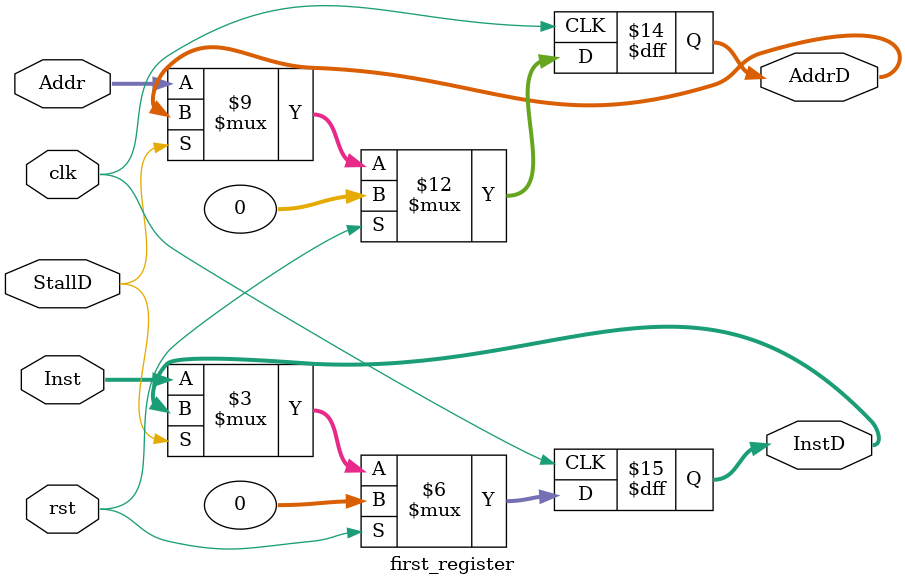
<source format=sv>
module first_register (
    input               clk ,rst,StallD,
    input  logic [31:0] Addr, Inst,
    output logic [31:0] AddrD, InstD
);
    always_ff @( posedge clk ) begin 
     
        if( rst) begin
            AddrD <= 32'b0;
            InstD <= 32'b0;
        end
        else if ( StallD )begin
            AddrD <= AddrD;
            InstD <= InstD;

        end

        else begin
            AddrD <= Addr;
            InstD <= Inst;
        end
    end
    
endmodule
</source>
